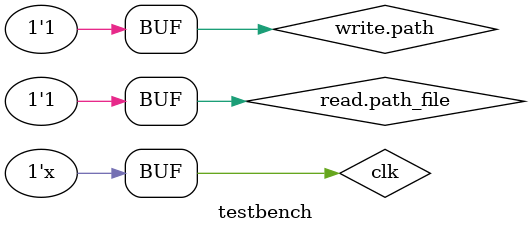
<source format=v>


// Unless required by applicable law or agreed to in writing, software
// distributed under the License is distributed on an "AS IS" BASIS,
// WITHOUT WARRANTIES OR CONDITIONS OF ANY KIND, either express or implied.
// See the License for the specific language governing permissions and
// limitations under the License.
//
//-----------------------------------------------------
// Design Name : testbench
// File Name   : testbench.v
// Function    : testbench
// Coder       : Jucemar Monteiro
//-----------------------------------------------------
//`timescale 1ns / 1ns
module testbench ();
//http://www.testbench.in/TB_03_FILE_IO_TB.html
	parameter n = 2;
	parameter type=0; //0={csa,cra,a1csa}, 1={cla,a1csah}

	integer i;

	wire cin,cout_ref,cout_duv,prop_ref,gen_ref,prop_duv,gen_duv,prop,gen;
	wire [n-1:0] a,b,s_ref,s_duv;

	reg clk;

	defparam ref.n=n;
	defparam duv.n=n;
	defparam write.n=n;
	defparam write.type=type;
	defparam read.n=n;
	defparam read.file_size=96;

	ref_adder ref (.cin(cin),.a(a),.b(b),.s(s_ref),.cout(cout_ref),.prop(prop_ref),.gen(gen_ref));
	//cra2bits duv (.cin(cin),.a(a),.b(b),.s(s_duv),.cout(cout_duv),.prop(prop_duv),.gen(gen_duv));
	cra2bits duv (.cin(cin),.a(a),.b(b),.s(s_duv),.cout(cout_duv));
	
	in read(.clk(clk),.cin(cin),.a(a),.b(b));
	out write(.clk(clk),.cin(cin),.a(a),.b(b),.cout_ref(cout_ref),.cout_duv(cout_duv),.s_ref(s_ref),.s_duv(s_duv),.prop_ref(prop_ref),.gen_ref(gen_ref),.prop_duv(prop_duv),.gen_duv(gen_duv));
	
	always #50 clk = ~clk;

	initial begin
		read.path_file={"stimulus/stimulus_","2bits"};
		write.path={"log/log_","cra","2bits"};
		clk = 1'b0;
		
	end

	always @(posedge clk)// and (s_ref or s_duv or cout_ref or cout_duv or prop_ref or prop_duv or gen_ref or gen_duv))
	begin
		if(s_ref!=s_duv)
			$display("Error at Sum:  t=%t cin=%b a=%d b=%d s_ref=%d s_duv=%d cout_ref=%b cout_duv=%b",$time,cin,a,b,s_ref,s_duv,cout_ref,cout_duv);
		if(cout_ref!=cout_duv)
			$display("Error at Cout: t=%t cin=%b a=%d b=%d s_ref=%d s_duv=%d cout_ref=%b cout_duv=%b",$time,cin,a,b,s_ref,s_duv,cout_ref,cout_duv);
		if(type==1)
		begin
			if(prop_ref!=prop_duv)
				$display("Error at Prop: t=%t cin=%b a=%d b=%d s_ref=%d s_duv=%d cout_ref=%b cout_duv=%b prop_ref=%b prop_duv=%b",$time,cin,a,b,s_ref,s_duv,cout_ref,cout_duv,prop_ref,prop_duv);
			if(gen_ref!=gen_duv)
				$display("Error at Gen:  t=%t cin=%b a=%d b=%d s_ref=%d s_duv=%d cout_ref=%b cout_duv=%b gen_ref=%b gen_duv=%b",$time,cin,a,b,s_ref,s_duv,cout_ref,cout_duv,gen_ref,gen_duv);
		end	
	end

endmodule

</source>
